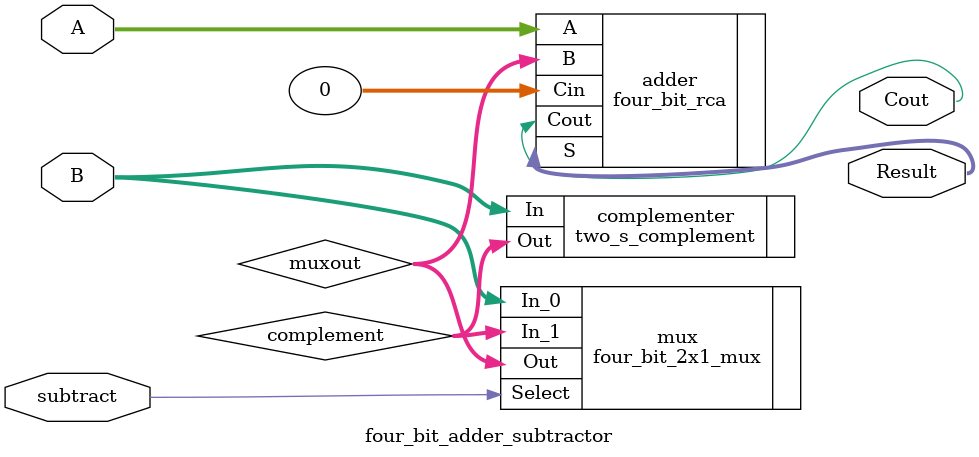
<source format=v>
module four_bit_adder_subtractor(A, B, subtract, Result, Cout);
    input [3:0] A;
    input [3:0] B;
    input subtract;
    output [3:0] Result;
    output Cout;

    // Your code goes here.  DO NOT change anything that is already given! Otherwise, you will not be able to pass the tests!
    wire[3:0] complement;
    wire[3:0] muxout;
    two_s_complement complementer (.In(B), 
        .Out(complement));
    four_bit_2x1_mux mux(.In_0(B), 
        .In_1(complement), 
        .Select(subtract), 
        .Out(muxout));
    four_bit_rca adder (
        .A(A),
        .B(muxout),
        .Cin(0),
        .S(Result),
        .Cout(Cout)
    );
endmodule
</source>
